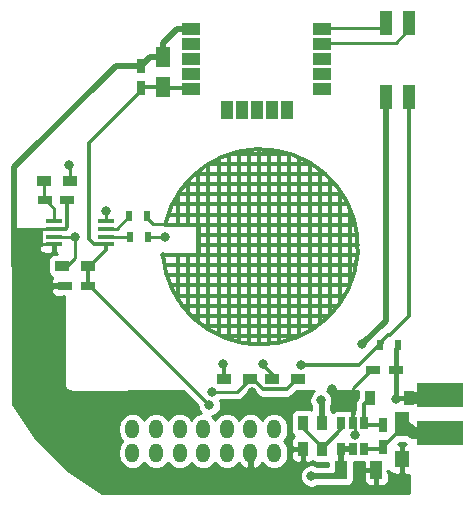
<source format=gtl>
G04 #@! TF.GenerationSoftware,KiCad,Pcbnew,5.1.4-e60b266~84~ubuntu18.04.1*
G04 #@! TF.CreationDate,2019-11-18T18:01:23+02:00*
G04 #@! TF.ProjectId,livolo_1_channel_1way_eu_switch,6c69766f-6c6f-45f3-915f-6368616e6e65,rev?*
G04 #@! TF.SameCoordinates,Original*
G04 #@! TF.FileFunction,Copper,L1,Top*
G04 #@! TF.FilePolarity,Positive*
%FSLAX46Y46*%
G04 Gerber Fmt 4.6, Leading zero omitted, Abs format (unit mm)*
G04 Created by KiCad (PCBNEW 5.1.4-e60b266~84~ubuntu18.04.1) date 2019-11-18 18:01:23*
%MOMM*%
%LPD*%
G04 APERTURE LIST*
%ADD10C,0.300000*%
%ADD11C,0.600000*%
%ADD12R,1.500000X1.000000*%
%ADD13R,1.000000X1.500000*%
%ADD14O,1.200000X1.600000*%
%ADD15R,1.000000X2.000000*%
%ADD16R,4.000000X2.000000*%
%ADD17R,1.200000X2.000000*%
%ADD18R,1.200000X1.400000*%
%ADD19R,0.900000X1.200000*%
%ADD20R,0.650000X1.060000*%
%ADD21R,1.200000X0.750000*%
%ADD22R,0.750000X1.200000*%
%ADD23R,1.200000X0.900000*%
%ADD24R,0.500000X0.900000*%
%ADD25R,1.260000X1.750000*%
%ADD26R,1.000000X1.600000*%
%ADD27R,1.450000X0.450000*%
%ADD28C,0.500000*%
%ADD29C,0.800000*%
%ADD30C,0.350000*%
%ADD31C,0.250000*%
%ADD32C,0.500000*%
%ADD33C,0.450000*%
%ADD34C,1.000000*%
%ADD35C,0.254000*%
G04 APERTURE END LIST*
D10*
X134230279Y-92792715D02*
G75*
G03X134428298Y-90167186I8241357J698663D01*
G01*
X134380381Y-93650747D02*
X150555474Y-93650747D01*
X150082330Y-95287774D02*
X150082330Y-88905448D01*
X138084694Y-99070550D02*
X138084694Y-85110009D01*
X145800250Y-99649410D02*
X139135522Y-99649410D01*
X137262524Y-91936056D02*
X150727534Y-91936056D01*
X134428044Y-90222715D02*
X150515071Y-90222715D01*
X138941714Y-84669292D02*
X138941714Y-99571710D01*
X137632925Y-98792255D02*
X147285128Y-98792255D01*
X144846584Y-84223479D02*
X139961162Y-84223479D01*
X135513244Y-92798514D02*
X135513244Y-96566518D01*
X134910716Y-95364138D02*
X150025142Y-95364138D01*
X142369789Y-83873725D02*
X142369789Y-100325661D01*
X143226817Y-100290307D02*
X143226817Y-83909120D01*
X146654206Y-99194292D02*
X146654206Y-84981386D01*
X150674579Y-91079085D02*
X137265342Y-91079085D01*
X139798742Y-99925292D02*
X139798742Y-84280257D01*
X150343339Y-94507796D02*
X134574859Y-94507796D01*
X147511290Y-85582363D02*
X147511290Y-98652521D01*
X136370116Y-90214338D02*
X136370116Y-86542842D01*
X149406698Y-87651625D02*
X135524279Y-87651625D01*
X148239705Y-97935171D02*
X136643138Y-97935171D01*
X136142967Y-86794619D02*
X148770391Y-86794619D01*
X138122900Y-85080542D02*
X146790231Y-85080542D01*
X147957071Y-85937549D02*
X136955993Y-85937549D01*
X144940179Y-99936771D02*
X144940179Y-84227486D01*
X149547896Y-96221109D02*
X135334999Y-96221109D01*
X135882987Y-97078157D02*
X149017515Y-97078157D01*
X150679257Y-92793048D02*
X134198202Y-92793048D01*
X150285300Y-89365730D02*
X134693329Y-89365730D01*
X135029288Y-88508688D02*
X149843405Y-88508688D01*
X137227631Y-85729563D02*
X137227631Y-98451840D01*
X144083802Y-84015327D02*
X144083802Y-100166562D01*
X148368303Y-97850812D02*
X148368303Y-86324926D01*
X141512797Y-100290327D02*
X141512797Y-83908800D01*
X140655770Y-84050401D02*
X140655770Y-100113539D01*
X145797122Y-84581031D02*
X145797122Y-99624739D01*
X149225388Y-87349958D02*
X149225388Y-96860892D01*
X135507093Y-87653967D02*
X135507093Y-90196367D01*
X136370116Y-97680513D02*
X136370116Y-92798780D01*
D11*
X147690000Y-78730000D03*
X147690000Y-77460000D03*
X147690000Y-76190000D03*
X147690000Y-74920000D03*
D12*
X147740000Y-78730000D03*
X147740000Y-77460000D03*
X147740000Y-76190000D03*
X147740000Y-74920000D03*
X147740000Y-73650000D03*
D11*
X147690000Y-73650000D03*
X139660000Y-80600000D03*
X140930000Y-80600000D03*
X142200000Y-80600000D03*
X143470000Y-80600000D03*
X144740000Y-80600000D03*
D13*
X139660000Y-80550000D03*
X140930000Y-80550000D03*
X142200000Y-80550000D03*
X143470000Y-80550000D03*
X144740000Y-80550000D03*
D11*
X136590000Y-78730000D03*
X136590000Y-77460000D03*
X136590000Y-76190000D03*
X136590000Y-74920000D03*
D12*
X136640000Y-73650000D03*
X136640000Y-74920000D03*
X136640000Y-76190000D03*
X136640000Y-77460000D03*
X136640000Y-78730000D03*
D11*
X136590000Y-73650000D03*
D14*
X143650000Y-107550000D03*
X143650000Y-109550000D03*
X141650000Y-107550000D03*
X141650000Y-109550000D03*
X139650000Y-107550000D03*
X139650000Y-109550000D03*
X137650000Y-107550000D03*
X137650000Y-109550000D03*
X135650000Y-107550000D03*
X135650000Y-109550000D03*
X133650000Y-107550000D03*
X133650000Y-109550000D03*
X131650000Y-107550000D03*
X131650000Y-109550000D03*
D15*
X153100000Y-79425000D03*
X153100000Y-73175000D03*
X155100000Y-79425000D03*
X155100000Y-73175000D03*
D16*
X157700000Y-104650000D03*
X157700000Y-107900000D03*
D17*
X154500000Y-107100000D03*
D18*
X154500000Y-110100000D03*
D19*
X146100000Y-107000000D03*
X146100000Y-109200000D03*
D20*
X150300000Y-109200000D03*
X151250000Y-109200000D03*
X149350000Y-109200000D03*
X149350000Y-107000000D03*
X150300000Y-107000000D03*
X151250000Y-107000000D03*
D21*
X153950000Y-102500000D03*
X152050000Y-102500000D03*
D22*
X152900000Y-109050000D03*
X152900000Y-107150000D03*
D19*
X155050000Y-104900000D03*
X151750000Y-104900000D03*
X147700000Y-109200000D03*
X147700000Y-107000000D03*
D23*
X139400000Y-103300000D03*
X141600000Y-103300000D03*
X145700000Y-103300000D03*
X143500000Y-103300000D03*
D24*
X152650000Y-100400000D03*
X154150000Y-100400000D03*
D25*
X134200000Y-76025000D03*
X134200000Y-78575000D03*
D22*
X132400000Y-78650000D03*
X132400000Y-76750000D03*
D26*
X152300000Y-111000000D03*
X149300000Y-111000000D03*
D21*
X125950000Y-95400000D03*
X127850000Y-95400000D03*
X126150000Y-88100000D03*
X124250000Y-88100000D03*
D24*
X131400000Y-89500000D03*
X132900000Y-89500000D03*
X132950000Y-91300000D03*
X131450000Y-91300000D03*
D23*
X127900000Y-93700000D03*
X125700000Y-93700000D03*
X126350000Y-86500000D03*
X124150000Y-86500000D03*
D27*
X125000000Y-91875000D03*
X125000000Y-91225000D03*
X125000000Y-90575000D03*
X125000000Y-89925000D03*
X129400000Y-89925000D03*
X129400000Y-90575000D03*
X129400000Y-91225000D03*
X129400000Y-91875000D03*
D28*
X134516685Y-90184864D03*
X134251520Y-92818837D03*
D29*
X145899999Y-102100000D03*
X138175000Y-105500000D03*
X141810890Y-104424990D03*
X150462668Y-108019998D03*
X150750000Y-111000000D03*
X151130000Y-100330000D03*
X148590000Y-104125000D03*
X147600000Y-105100000D03*
X154000000Y-105000000D03*
X146800000Y-111500000D03*
X142700050Y-102000000D03*
X139300002Y-102000000D03*
X126785000Y-91225000D03*
X138400000Y-104400000D03*
X134375010Y-91300000D03*
X126300000Y-85200000D03*
X129424949Y-89100000D03*
D30*
X128000000Y-91450000D02*
X128425000Y-91875000D01*
X132400000Y-78875000D02*
X128000000Y-83275000D01*
X128000000Y-83275000D02*
X128000000Y-91450000D01*
X132400000Y-78650000D02*
X132400000Y-78875000D01*
X128425000Y-91875000D02*
X129400000Y-91875000D01*
X134200000Y-78575000D02*
X132475000Y-78575000D01*
X132475000Y-78575000D02*
X132400000Y-78650000D01*
X136570000Y-78630000D02*
X134255000Y-78630000D01*
X134255000Y-78630000D02*
X134200000Y-78575000D01*
X155100000Y-79425000D02*
X155100000Y-97950000D01*
X155100000Y-97950000D02*
X153450000Y-99600000D01*
X153450000Y-99600000D02*
X153250000Y-99600000D01*
X153250000Y-99600000D02*
X152650000Y-100200000D01*
X152650000Y-100200000D02*
X152650000Y-100400000D01*
X152650000Y-100400000D02*
X152500000Y-100400000D01*
X150800000Y-102100000D02*
X145899999Y-102100000D01*
X152500000Y-100400000D02*
X150800000Y-102100000D01*
X152800000Y-100250000D02*
X152650000Y-100400000D01*
X127850000Y-95400000D02*
X128075000Y-95400000D01*
X128075000Y-95400000D02*
X138175000Y-105500000D01*
X129400000Y-91875000D02*
X129400000Y-92350000D01*
X129400000Y-92350000D02*
X128050000Y-93700000D01*
X128050000Y-93700000D02*
X127900000Y-93700000D01*
X127900000Y-93700000D02*
X127900000Y-95350000D01*
X127900000Y-95350000D02*
X127850000Y-95400000D01*
D31*
X150462668Y-108019998D02*
X150462668Y-107162668D01*
X150462668Y-107162668D02*
X150300000Y-107000000D01*
X152300000Y-111000000D02*
X150750000Y-111000000D01*
X151825000Y-102500000D02*
X152050000Y-102500000D01*
X150300000Y-104025000D02*
X151825000Y-102500000D01*
X150300000Y-107000000D02*
X150300000Y-104025000D01*
D32*
X153100000Y-79425000D02*
X153100000Y-98360000D01*
X153100000Y-98360000D02*
X151130000Y-100330000D01*
X133125000Y-76025000D02*
X132400000Y-76750000D01*
X134200000Y-76025000D02*
X133125000Y-76025000D01*
X134200000Y-74840000D02*
X134200000Y-76025000D01*
X135390000Y-73650000D02*
X134200000Y-74840000D01*
X136640000Y-73650000D02*
X135390000Y-73650000D01*
D10*
X126150000Y-90445002D02*
X126150000Y-88100000D01*
X126020002Y-90575000D02*
X126150000Y-90445002D01*
X125000000Y-90575000D02*
X126020002Y-90575000D01*
D31*
X124025000Y-91875000D02*
X125000000Y-91875000D01*
X123899999Y-91750001D02*
X124025000Y-91875000D01*
X123899999Y-90700001D02*
X123899999Y-91750001D01*
X124025000Y-90575000D02*
X123899999Y-90700001D01*
X125000000Y-90575000D02*
X124025000Y-90575000D01*
D32*
X123340000Y-95400000D02*
X125950000Y-95400000D01*
X121666000Y-93726000D02*
X123340000Y-95400000D01*
X121666000Y-85341500D02*
X121666000Y-93726000D01*
X132400000Y-76750000D02*
X130257500Y-76750000D01*
X130257500Y-76750000D02*
X121666000Y-85341500D01*
D33*
X147600000Y-106900000D02*
X147600000Y-105100000D01*
X147700000Y-107000000D02*
X147700000Y-105200000D01*
X147700000Y-105200000D02*
X147600000Y-105100000D01*
X154100000Y-104900000D02*
X154000000Y-105000000D01*
X155050000Y-104900000D02*
X154100000Y-104900000D01*
X154000000Y-102650000D02*
X154250000Y-102400000D01*
X154000000Y-105000000D02*
X154000000Y-102650000D01*
X154250000Y-102400000D02*
X154000000Y-102150000D01*
X154000000Y-102150000D02*
X154000000Y-100750000D01*
D34*
X155050000Y-104900000D02*
X157450000Y-104900000D01*
D10*
X151250000Y-109200000D02*
X152750000Y-109200000D01*
X152750000Y-109200000D02*
X152900000Y-109050000D01*
D34*
X157700000Y-107900000D02*
X155400000Y-107900000D01*
X155400000Y-107900000D02*
X154600000Y-107100000D01*
D10*
X154600000Y-107100000D02*
X154500000Y-107100000D01*
X152900000Y-109050000D02*
X154500000Y-107450000D01*
X152900000Y-107150000D02*
X151400000Y-107150000D01*
X151400000Y-107150000D02*
X151250000Y-107000000D01*
X151250000Y-107000000D02*
X151250000Y-105400000D01*
X151250000Y-105400000D02*
X151750000Y-104900000D01*
D32*
X146800000Y-111500000D02*
X148800000Y-111500000D01*
X148800000Y-111500000D02*
X149300000Y-111000000D01*
X150300000Y-109200000D02*
X149350000Y-109200000D01*
X149300000Y-111000000D02*
X149300000Y-109250000D01*
X149300000Y-109250000D02*
X149350000Y-109200000D01*
X131650000Y-107550000D02*
X131600000Y-107500000D01*
D10*
X143500000Y-103300000D02*
X143500000Y-102900000D01*
X143500000Y-102900000D02*
X142700050Y-102100050D01*
X142700050Y-102100050D02*
X142700050Y-102000000D01*
X143350000Y-103300000D02*
X143500000Y-103300000D01*
X139400000Y-102099998D02*
X139300002Y-102000000D01*
X139400000Y-103300000D02*
X139400000Y-102099998D01*
X139400000Y-103300000D02*
X139550000Y-103300000D01*
D31*
X125000000Y-91225000D02*
X126785000Y-91225000D01*
X126785000Y-93055000D02*
X126785000Y-91225000D01*
X125700000Y-93700000D02*
X126140000Y-93700000D01*
X126140000Y-93700000D02*
X126785000Y-93055000D01*
X138400000Y-104400000D02*
X140500000Y-104400000D01*
X140500000Y-104400000D02*
X141600000Y-103300000D01*
D10*
X145550000Y-103300000D02*
X145700000Y-103300000D01*
X141848037Y-103300000D02*
X142698038Y-104150001D01*
X141750000Y-103300000D02*
X141848037Y-103300000D01*
X144699999Y-104150001D02*
X145550000Y-103300000D01*
X142698038Y-104150001D02*
X144699999Y-104150001D01*
X145800000Y-103400000D02*
X145700000Y-103300000D01*
X149350000Y-107000000D02*
X149350000Y-107550000D01*
X149350000Y-107550000D02*
X147700000Y-109200000D01*
X146100000Y-107000000D02*
X146100000Y-107450000D01*
X146100000Y-107450000D02*
X147700000Y-109050000D01*
X147700000Y-109050000D02*
X147700000Y-109200000D01*
D31*
X147910000Y-73550000D02*
X152725000Y-73550000D01*
X152725000Y-73550000D02*
X153100000Y-73175000D01*
X147910000Y-74820000D02*
X153955000Y-74820000D01*
X153955000Y-74820000D02*
X155100000Y-73675000D01*
X155100000Y-73675000D02*
X155100000Y-73175000D01*
X125000000Y-89925000D02*
X125000000Y-88850000D01*
X125000000Y-88850000D02*
X124250000Y-88100000D01*
X124150000Y-86500000D02*
X124150000Y-88000000D01*
X124150000Y-88000000D02*
X124250000Y-88100000D01*
X129400000Y-90575000D02*
X130325000Y-90575000D01*
X130325000Y-90575000D02*
X131400000Y-89500000D01*
X132900000Y-89500000D02*
X132900000Y-89650000D01*
X132900000Y-89650000D02*
X133434864Y-90184864D01*
X133434864Y-90184864D02*
X134516685Y-90184864D01*
X137250000Y-92750000D02*
X137181163Y-92818837D01*
X137181163Y-92818837D02*
X134251520Y-92818837D01*
X137250000Y-90250000D02*
X137250000Y-92750000D01*
X137184864Y-90184864D02*
X137250000Y-90250000D01*
X134516685Y-90184864D02*
X137184864Y-90184864D01*
X132950000Y-91300000D02*
X134375010Y-91300000D01*
X131450000Y-91300000D02*
X131375000Y-91225000D01*
X131375000Y-91225000D02*
X129400000Y-91225000D01*
X126350000Y-86500000D02*
X126350000Y-85250000D01*
X126350000Y-85250000D02*
X126300000Y-85200000D01*
X129400000Y-89124949D02*
X129424949Y-89100000D01*
X129400000Y-89925000D02*
X129400000Y-89124949D01*
D35*
G36*
X123865026Y-90559974D02*
G01*
X123883335Y-90575000D01*
X123865026Y-90590026D01*
X123792921Y-90677885D01*
X123741889Y-90773361D01*
X123698000Y-90817250D01*
X123705373Y-90896808D01*
X123695209Y-91000000D01*
X123695209Y-91450000D01*
X123705373Y-91553192D01*
X123698000Y-91632750D01*
X123741889Y-91676639D01*
X123792921Y-91772115D01*
X123865026Y-91859974D01*
X123952885Y-91932079D01*
X124029444Y-91973000D01*
X123842250Y-91973000D01*
X123698000Y-92117250D01*
X123707332Y-92217947D01*
X123741250Y-92326427D01*
X123795679Y-92426206D01*
X123868529Y-92513449D01*
X123956999Y-92584803D01*
X124057690Y-92637527D01*
X124166731Y-92669593D01*
X124279934Y-92679771D01*
X124757750Y-92677000D01*
X124902000Y-92532750D01*
X124902000Y-92029791D01*
X125098000Y-92029791D01*
X125098000Y-92532750D01*
X125235459Y-92670209D01*
X125100000Y-92670209D01*
X124986888Y-92681350D01*
X124878124Y-92714343D01*
X124777885Y-92767921D01*
X124690026Y-92840026D01*
X124617921Y-92927885D01*
X124564343Y-93028124D01*
X124531350Y-93136888D01*
X124520209Y-93250000D01*
X124520209Y-94150000D01*
X124531350Y-94263112D01*
X124564343Y-94371876D01*
X124617921Y-94472115D01*
X124690026Y-94559974D01*
X124777885Y-94632079D01*
X124878124Y-94685657D01*
X124881275Y-94686613D01*
X124867921Y-94702885D01*
X124814342Y-94803123D01*
X124781349Y-94911888D01*
X124770208Y-95025000D01*
X124773000Y-95157750D01*
X124917250Y-95302000D01*
X125831471Y-95302000D01*
X125832032Y-95498000D01*
X124917250Y-95498000D01*
X124773000Y-95642250D01*
X124770208Y-95775000D01*
X124781349Y-95888112D01*
X124814342Y-95996877D01*
X124867921Y-96097115D01*
X124940025Y-96184975D01*
X125027885Y-96257079D01*
X125128123Y-96310658D01*
X125236888Y-96343651D01*
X125350000Y-96354792D01*
X125707750Y-96352000D01*
X125834113Y-96225637D01*
X125855571Y-103727289D01*
X125856704Y-103743863D01*
X125874112Y-103873226D01*
X125882785Y-103905225D01*
X125933081Y-104025674D01*
X125949741Y-104054340D01*
X126029500Y-104157667D01*
X126053011Y-104181043D01*
X126156794Y-104260205D01*
X126185553Y-104276699D01*
X126306290Y-104326303D01*
X126338340Y-104334792D01*
X126467801Y-104351455D01*
X126484381Y-104352493D01*
X135936671Y-104325160D01*
X137198000Y-105586489D01*
X137198000Y-105596226D01*
X137235546Y-105784980D01*
X137309194Y-105962783D01*
X137416115Y-106122801D01*
X137477600Y-106184286D01*
X137419268Y-106190031D01*
X137197403Y-106257333D01*
X136992930Y-106366626D01*
X136813709Y-106513709D01*
X136666626Y-106692931D01*
X136650000Y-106724036D01*
X136633374Y-106692930D01*
X136486291Y-106513709D01*
X136307069Y-106366626D01*
X136102596Y-106257333D01*
X135880731Y-106190031D01*
X135650000Y-106167306D01*
X135419268Y-106190031D01*
X135197403Y-106257333D01*
X134992930Y-106366626D01*
X134813709Y-106513709D01*
X134666626Y-106692931D01*
X134650000Y-106724036D01*
X134633374Y-106692930D01*
X134486291Y-106513709D01*
X134307069Y-106366626D01*
X134102596Y-106257333D01*
X133880731Y-106190031D01*
X133650000Y-106167306D01*
X133419268Y-106190031D01*
X133197403Y-106257333D01*
X132992930Y-106366626D01*
X132813709Y-106513709D01*
X132666626Y-106692931D01*
X132650000Y-106724036D01*
X132633374Y-106692930D01*
X132486291Y-106513709D01*
X132307069Y-106366626D01*
X132102596Y-106257333D01*
X131880731Y-106190031D01*
X131650000Y-106167306D01*
X131419268Y-106190031D01*
X131197403Y-106257333D01*
X130992930Y-106366626D01*
X130813709Y-106513709D01*
X130666626Y-106692931D01*
X130557333Y-106897404D01*
X130490031Y-107119269D01*
X130473000Y-107292189D01*
X130473000Y-107807812D01*
X130490031Y-107980732D01*
X130557333Y-108202597D01*
X130666627Y-108407070D01*
X130783926Y-108549999D01*
X130666626Y-108692931D01*
X130557333Y-108897404D01*
X130490031Y-109119269D01*
X130473000Y-109292189D01*
X130473000Y-109807812D01*
X130490031Y-109980732D01*
X130557333Y-110202597D01*
X130666627Y-110407070D01*
X130813710Y-110586291D01*
X130992931Y-110733374D01*
X131197404Y-110842667D01*
X131419269Y-110909969D01*
X131650000Y-110932694D01*
X131880732Y-110909969D01*
X132102597Y-110842667D01*
X132307070Y-110733374D01*
X132486291Y-110586291D01*
X132633374Y-110407070D01*
X132650000Y-110375964D01*
X132666627Y-110407070D01*
X132813710Y-110586291D01*
X132992931Y-110733374D01*
X133197404Y-110842667D01*
X133419269Y-110909969D01*
X133650000Y-110932694D01*
X133880732Y-110909969D01*
X134102597Y-110842667D01*
X134307070Y-110733374D01*
X134486291Y-110586291D01*
X134633374Y-110407070D01*
X134650000Y-110375964D01*
X134666627Y-110407070D01*
X134813710Y-110586291D01*
X134992931Y-110733374D01*
X135197404Y-110842667D01*
X135419269Y-110909969D01*
X135650000Y-110932694D01*
X135880732Y-110909969D01*
X136102597Y-110842667D01*
X136307070Y-110733374D01*
X136486291Y-110586291D01*
X136633374Y-110407070D01*
X136650000Y-110375964D01*
X136666627Y-110407070D01*
X136813710Y-110586291D01*
X136992931Y-110733374D01*
X137197404Y-110842667D01*
X137419269Y-110909969D01*
X137650000Y-110932694D01*
X137880732Y-110909969D01*
X138102597Y-110842667D01*
X138307070Y-110733374D01*
X138486291Y-110586291D01*
X138633374Y-110407070D01*
X138650000Y-110375964D01*
X138666627Y-110407070D01*
X138813710Y-110586291D01*
X138992931Y-110733374D01*
X139197404Y-110842667D01*
X139419269Y-110909969D01*
X139650000Y-110932694D01*
X139880732Y-110909969D01*
X140102597Y-110842667D01*
X140307070Y-110733374D01*
X140486291Y-110586291D01*
X140633374Y-110407070D01*
X140652289Y-110371682D01*
X140725806Y-110485390D01*
X140887032Y-110651561D01*
X141077578Y-110783085D01*
X141290122Y-110874909D01*
X141369723Y-110893142D01*
X141552000Y-110778090D01*
X141552000Y-109648000D01*
X141532000Y-109648000D01*
X141532000Y-109452000D01*
X141552000Y-109452000D01*
X141552000Y-109432000D01*
X141748000Y-109432000D01*
X141748000Y-109452000D01*
X141768000Y-109452000D01*
X141768000Y-109648000D01*
X141748000Y-109648000D01*
X141748000Y-110778090D01*
X141930277Y-110893142D01*
X142009878Y-110874909D01*
X142222422Y-110783085D01*
X142412968Y-110651561D01*
X142574194Y-110485390D01*
X142647711Y-110371682D01*
X142666627Y-110407070D01*
X142813710Y-110586291D01*
X142992931Y-110733374D01*
X143197404Y-110842667D01*
X143419269Y-110909969D01*
X143650000Y-110932694D01*
X143880732Y-110909969D01*
X144102597Y-110842667D01*
X144307070Y-110733374D01*
X144486291Y-110586291D01*
X144633374Y-110407070D01*
X144742667Y-110202596D01*
X144809969Y-109980731D01*
X144827000Y-109807811D01*
X144827000Y-109800000D01*
X145070208Y-109800000D01*
X145081349Y-109913112D01*
X145114342Y-110021877D01*
X145167921Y-110122115D01*
X145240025Y-110209975D01*
X145327885Y-110282079D01*
X145428123Y-110335658D01*
X145536888Y-110368651D01*
X145650000Y-110379792D01*
X145857750Y-110377000D01*
X146002000Y-110232750D01*
X146002000Y-109298000D01*
X145217250Y-109298000D01*
X145073000Y-109442250D01*
X145070208Y-109800000D01*
X144827000Y-109800000D01*
X144827000Y-109292188D01*
X144809969Y-109119268D01*
X144742667Y-108897403D01*
X144633374Y-108692930D01*
X144516074Y-108550000D01*
X144633374Y-108407070D01*
X144742667Y-108202596D01*
X144809969Y-107980731D01*
X144827000Y-107807811D01*
X144827000Y-107292188D01*
X144809969Y-107119268D01*
X144742667Y-106897403D01*
X144633374Y-106692930D01*
X144486291Y-106513709D01*
X144307069Y-106366626D01*
X144102596Y-106257333D01*
X143880731Y-106190031D01*
X143650000Y-106167306D01*
X143419268Y-106190031D01*
X143197403Y-106257333D01*
X142992930Y-106366626D01*
X142813709Y-106513709D01*
X142666626Y-106692931D01*
X142650000Y-106724036D01*
X142633374Y-106692930D01*
X142486291Y-106513709D01*
X142307069Y-106366626D01*
X142102596Y-106257333D01*
X141880731Y-106190031D01*
X141650000Y-106167306D01*
X141419268Y-106190031D01*
X141197403Y-106257333D01*
X140992930Y-106366626D01*
X140813709Y-106513709D01*
X140666626Y-106692931D01*
X140650000Y-106724036D01*
X140633374Y-106692930D01*
X140486291Y-106513709D01*
X140307069Y-106366626D01*
X140102596Y-106257333D01*
X139880731Y-106190031D01*
X139650000Y-106167306D01*
X139419268Y-106190031D01*
X139197403Y-106257333D01*
X138992930Y-106366626D01*
X138813709Y-106513709D01*
X138666626Y-106692931D01*
X138650000Y-106724036D01*
X138633374Y-106692930D01*
X138486291Y-106513709D01*
X138408330Y-106449728D01*
X138459980Y-106439454D01*
X138637783Y-106365806D01*
X138797801Y-106258885D01*
X138933885Y-106122801D01*
X139040806Y-105962783D01*
X139114454Y-105784980D01*
X139152000Y-105596226D01*
X139152000Y-105403774D01*
X139114454Y-105215020D01*
X139071168Y-105110518D01*
X139079686Y-105102000D01*
X140465530Y-105102000D01*
X140500000Y-105105395D01*
X140534470Y-105102000D01*
X140534480Y-105102000D01*
X140637616Y-105091842D01*
X140769943Y-105051701D01*
X140891897Y-104986515D01*
X140998790Y-104898790D01*
X141020771Y-104872006D01*
X141562987Y-104329791D01*
X141849695Y-104329791D01*
X142158721Y-104638818D01*
X142181484Y-104666555D01*
X142292185Y-104757404D01*
X142399976Y-104815020D01*
X142418481Y-104824911D01*
X142555520Y-104866481D01*
X142698038Y-104880518D01*
X142733746Y-104877001D01*
X144664291Y-104877001D01*
X144699999Y-104880518D01*
X144842516Y-104866481D01*
X144854707Y-104862783D01*
X144979556Y-104824911D01*
X145105852Y-104757404D01*
X145216553Y-104666555D01*
X145239324Y-104638808D01*
X145548342Y-104329791D01*
X146300000Y-104329791D01*
X146413112Y-104318650D01*
X146492274Y-104294637D01*
X147049168Y-104293026D01*
X146977199Y-104341115D01*
X146841115Y-104477199D01*
X146734194Y-104637217D01*
X146660546Y-104815020D01*
X146623000Y-105003774D01*
X146623000Y-105196226D01*
X146660546Y-105384980D01*
X146734194Y-105562783D01*
X146798001Y-105658276D01*
X146798001Y-105878307D01*
X146771876Y-105864343D01*
X146663112Y-105831350D01*
X146550000Y-105820209D01*
X145650000Y-105820209D01*
X145536888Y-105831350D01*
X145428124Y-105864343D01*
X145327885Y-105917921D01*
X145240026Y-105990026D01*
X145167921Y-106077885D01*
X145114343Y-106178124D01*
X145081350Y-106286888D01*
X145070209Y-106400000D01*
X145070209Y-107600000D01*
X145081350Y-107713112D01*
X145114343Y-107821876D01*
X145167921Y-107922115D01*
X145240026Y-108009974D01*
X145327885Y-108082079D01*
X145361413Y-108100000D01*
X145327885Y-108117921D01*
X145240025Y-108190025D01*
X145167921Y-108277885D01*
X145114342Y-108378123D01*
X145081349Y-108486888D01*
X145070208Y-108600000D01*
X145073000Y-108957750D01*
X145217250Y-109102000D01*
X146002000Y-109102000D01*
X146002000Y-109082000D01*
X146198000Y-109082000D01*
X146198000Y-109102000D01*
X146218000Y-109102000D01*
X146218000Y-109298000D01*
X146198000Y-109298000D01*
X146198000Y-110232750D01*
X146342250Y-110377000D01*
X146550000Y-110379792D01*
X146663112Y-110368651D01*
X146771877Y-110335658D01*
X146872115Y-110282079D01*
X146900000Y-110259194D01*
X146927885Y-110282079D01*
X147028124Y-110335657D01*
X147136888Y-110368650D01*
X147250000Y-110379791D01*
X148150000Y-110379791D01*
X148220209Y-110372876D01*
X148220209Y-110673000D01*
X147320860Y-110673000D01*
X147262783Y-110634194D01*
X147084980Y-110560546D01*
X146896226Y-110523000D01*
X146703774Y-110523000D01*
X146515020Y-110560546D01*
X146337217Y-110634194D01*
X146177199Y-110741115D01*
X146041115Y-110877199D01*
X145934194Y-111037217D01*
X145860546Y-111215020D01*
X145823000Y-111403774D01*
X145823000Y-111596226D01*
X145860546Y-111784980D01*
X145934194Y-111962783D01*
X146041115Y-112122801D01*
X146177199Y-112258885D01*
X146337217Y-112365806D01*
X146515020Y-112439454D01*
X146703774Y-112477000D01*
X146896226Y-112477000D01*
X147084980Y-112439454D01*
X147262783Y-112365806D01*
X147320860Y-112327000D01*
X148561928Y-112327000D01*
X148578124Y-112335657D01*
X148686888Y-112368650D01*
X148800000Y-112379791D01*
X149800000Y-112379791D01*
X149913112Y-112368650D01*
X150021876Y-112335657D01*
X150122115Y-112282079D01*
X150209974Y-112209974D01*
X150282079Y-112122115D01*
X150335657Y-112021876D01*
X150368650Y-111913112D01*
X150379791Y-111800000D01*
X151220208Y-111800000D01*
X151231349Y-111913112D01*
X151264342Y-112021877D01*
X151317921Y-112122115D01*
X151390025Y-112209975D01*
X151477885Y-112282079D01*
X151578123Y-112335658D01*
X151686888Y-112368651D01*
X151800000Y-112379792D01*
X152057750Y-112377000D01*
X152202000Y-112232750D01*
X152202000Y-111098000D01*
X151367250Y-111098000D01*
X151223000Y-111242250D01*
X151220208Y-111800000D01*
X150379791Y-111800000D01*
X150379791Y-110309791D01*
X150625000Y-110309791D01*
X150738112Y-110298650D01*
X150775000Y-110287460D01*
X150811888Y-110298650D01*
X150925000Y-110309791D01*
X151220758Y-110309791D01*
X151223000Y-110757750D01*
X151367250Y-110902000D01*
X152202000Y-110902000D01*
X152202000Y-110882000D01*
X152398000Y-110882000D01*
X152398000Y-110902000D01*
X152418000Y-110902000D01*
X152418000Y-111098000D01*
X152398000Y-111098000D01*
X152398000Y-112232750D01*
X152542250Y-112377000D01*
X152800000Y-112379792D01*
X152913112Y-112368651D01*
X153021877Y-112335658D01*
X153122115Y-112282079D01*
X153209975Y-112209975D01*
X153282079Y-112122115D01*
X153335658Y-112021877D01*
X153368651Y-111913112D01*
X153379792Y-111800000D01*
X153377000Y-111242250D01*
X153232752Y-111098002D01*
X153377000Y-111098002D01*
X153377000Y-111045558D01*
X153417921Y-111122115D01*
X153490025Y-111209975D01*
X153577885Y-111282079D01*
X153678123Y-111335658D01*
X153786888Y-111368651D01*
X153900000Y-111379792D01*
X154257750Y-111377000D01*
X154402000Y-111232750D01*
X154402000Y-110198000D01*
X154382000Y-110198000D01*
X154382000Y-110002000D01*
X154402000Y-110002000D01*
X154402000Y-108967250D01*
X154257750Y-108823000D01*
X154155928Y-108822205D01*
X154298342Y-108679791D01*
X154652493Y-108679791D01*
X154675858Y-108698966D01*
X154798755Y-108799826D01*
X154840674Y-108822232D01*
X154742250Y-108823000D01*
X154598000Y-108967250D01*
X154598000Y-110002000D01*
X154618000Y-110002000D01*
X154618000Y-110198000D01*
X154598000Y-110198000D01*
X154598000Y-111232750D01*
X154742250Y-111377000D01*
X155076612Y-111379609D01*
X155082962Y-112974320D01*
X129090340Y-112974320D01*
X126299248Y-111115954D01*
X123426537Y-108210306D01*
X121526700Y-105407827D01*
X121526700Y-90557916D01*
X123860339Y-90554263D01*
X123865026Y-90559974D01*
X123865026Y-90559974D01*
G37*
X123865026Y-90559974D02*
X123883335Y-90575000D01*
X123865026Y-90590026D01*
X123792921Y-90677885D01*
X123741889Y-90773361D01*
X123698000Y-90817250D01*
X123705373Y-90896808D01*
X123695209Y-91000000D01*
X123695209Y-91450000D01*
X123705373Y-91553192D01*
X123698000Y-91632750D01*
X123741889Y-91676639D01*
X123792921Y-91772115D01*
X123865026Y-91859974D01*
X123952885Y-91932079D01*
X124029444Y-91973000D01*
X123842250Y-91973000D01*
X123698000Y-92117250D01*
X123707332Y-92217947D01*
X123741250Y-92326427D01*
X123795679Y-92426206D01*
X123868529Y-92513449D01*
X123956999Y-92584803D01*
X124057690Y-92637527D01*
X124166731Y-92669593D01*
X124279934Y-92679771D01*
X124757750Y-92677000D01*
X124902000Y-92532750D01*
X124902000Y-92029791D01*
X125098000Y-92029791D01*
X125098000Y-92532750D01*
X125235459Y-92670209D01*
X125100000Y-92670209D01*
X124986888Y-92681350D01*
X124878124Y-92714343D01*
X124777885Y-92767921D01*
X124690026Y-92840026D01*
X124617921Y-92927885D01*
X124564343Y-93028124D01*
X124531350Y-93136888D01*
X124520209Y-93250000D01*
X124520209Y-94150000D01*
X124531350Y-94263112D01*
X124564343Y-94371876D01*
X124617921Y-94472115D01*
X124690026Y-94559974D01*
X124777885Y-94632079D01*
X124878124Y-94685657D01*
X124881275Y-94686613D01*
X124867921Y-94702885D01*
X124814342Y-94803123D01*
X124781349Y-94911888D01*
X124770208Y-95025000D01*
X124773000Y-95157750D01*
X124917250Y-95302000D01*
X125831471Y-95302000D01*
X125832032Y-95498000D01*
X124917250Y-95498000D01*
X124773000Y-95642250D01*
X124770208Y-95775000D01*
X124781349Y-95888112D01*
X124814342Y-95996877D01*
X124867921Y-96097115D01*
X124940025Y-96184975D01*
X125027885Y-96257079D01*
X125128123Y-96310658D01*
X125236888Y-96343651D01*
X125350000Y-96354792D01*
X125707750Y-96352000D01*
X125834113Y-96225637D01*
X125855571Y-103727289D01*
X125856704Y-103743863D01*
X125874112Y-103873226D01*
X125882785Y-103905225D01*
X125933081Y-104025674D01*
X125949741Y-104054340D01*
X126029500Y-104157667D01*
X126053011Y-104181043D01*
X126156794Y-104260205D01*
X126185553Y-104276699D01*
X126306290Y-104326303D01*
X126338340Y-104334792D01*
X126467801Y-104351455D01*
X126484381Y-104352493D01*
X135936671Y-104325160D01*
X137198000Y-105586489D01*
X137198000Y-105596226D01*
X137235546Y-105784980D01*
X137309194Y-105962783D01*
X137416115Y-106122801D01*
X137477600Y-106184286D01*
X137419268Y-106190031D01*
X137197403Y-106257333D01*
X136992930Y-106366626D01*
X136813709Y-106513709D01*
X136666626Y-106692931D01*
X136650000Y-106724036D01*
X136633374Y-106692930D01*
X136486291Y-106513709D01*
X136307069Y-106366626D01*
X136102596Y-106257333D01*
X135880731Y-106190031D01*
X135650000Y-106167306D01*
X135419268Y-106190031D01*
X135197403Y-106257333D01*
X134992930Y-106366626D01*
X134813709Y-106513709D01*
X134666626Y-106692931D01*
X134650000Y-106724036D01*
X134633374Y-106692930D01*
X134486291Y-106513709D01*
X134307069Y-106366626D01*
X134102596Y-106257333D01*
X133880731Y-106190031D01*
X133650000Y-106167306D01*
X133419268Y-106190031D01*
X133197403Y-106257333D01*
X132992930Y-106366626D01*
X132813709Y-106513709D01*
X132666626Y-106692931D01*
X132650000Y-106724036D01*
X132633374Y-106692930D01*
X132486291Y-106513709D01*
X132307069Y-106366626D01*
X132102596Y-106257333D01*
X131880731Y-106190031D01*
X131650000Y-106167306D01*
X131419268Y-106190031D01*
X131197403Y-106257333D01*
X130992930Y-106366626D01*
X130813709Y-106513709D01*
X130666626Y-106692931D01*
X130557333Y-106897404D01*
X130490031Y-107119269D01*
X130473000Y-107292189D01*
X130473000Y-107807812D01*
X130490031Y-107980732D01*
X130557333Y-108202597D01*
X130666627Y-108407070D01*
X130783926Y-108549999D01*
X130666626Y-108692931D01*
X130557333Y-108897404D01*
X130490031Y-109119269D01*
X130473000Y-109292189D01*
X130473000Y-109807812D01*
X130490031Y-109980732D01*
X130557333Y-110202597D01*
X130666627Y-110407070D01*
X130813710Y-110586291D01*
X130992931Y-110733374D01*
X131197404Y-110842667D01*
X131419269Y-110909969D01*
X131650000Y-110932694D01*
X131880732Y-110909969D01*
X132102597Y-110842667D01*
X132307070Y-110733374D01*
X132486291Y-110586291D01*
X132633374Y-110407070D01*
X132650000Y-110375964D01*
X132666627Y-110407070D01*
X132813710Y-110586291D01*
X132992931Y-110733374D01*
X133197404Y-110842667D01*
X133419269Y-110909969D01*
X133650000Y-110932694D01*
X133880732Y-110909969D01*
X134102597Y-110842667D01*
X134307070Y-110733374D01*
X134486291Y-110586291D01*
X134633374Y-110407070D01*
X134650000Y-110375964D01*
X134666627Y-110407070D01*
X134813710Y-110586291D01*
X134992931Y-110733374D01*
X135197404Y-110842667D01*
X135419269Y-110909969D01*
X135650000Y-110932694D01*
X135880732Y-110909969D01*
X136102597Y-110842667D01*
X136307070Y-110733374D01*
X136486291Y-110586291D01*
X136633374Y-110407070D01*
X136650000Y-110375964D01*
X136666627Y-110407070D01*
X136813710Y-110586291D01*
X136992931Y-110733374D01*
X137197404Y-110842667D01*
X137419269Y-110909969D01*
X137650000Y-110932694D01*
X137880732Y-110909969D01*
X138102597Y-110842667D01*
X138307070Y-110733374D01*
X138486291Y-110586291D01*
X138633374Y-110407070D01*
X138650000Y-110375964D01*
X138666627Y-110407070D01*
X138813710Y-110586291D01*
X138992931Y-110733374D01*
X139197404Y-110842667D01*
X139419269Y-110909969D01*
X139650000Y-110932694D01*
X139880732Y-110909969D01*
X140102597Y-110842667D01*
X140307070Y-110733374D01*
X140486291Y-110586291D01*
X140633374Y-110407070D01*
X140652289Y-110371682D01*
X140725806Y-110485390D01*
X140887032Y-110651561D01*
X141077578Y-110783085D01*
X141290122Y-110874909D01*
X141369723Y-110893142D01*
X141552000Y-110778090D01*
X141552000Y-109648000D01*
X141532000Y-109648000D01*
X141532000Y-109452000D01*
X141552000Y-109452000D01*
X141552000Y-109432000D01*
X141748000Y-109432000D01*
X141748000Y-109452000D01*
X141768000Y-109452000D01*
X141768000Y-109648000D01*
X141748000Y-109648000D01*
X141748000Y-110778090D01*
X141930277Y-110893142D01*
X142009878Y-110874909D01*
X142222422Y-110783085D01*
X142412968Y-110651561D01*
X142574194Y-110485390D01*
X142647711Y-110371682D01*
X142666627Y-110407070D01*
X142813710Y-110586291D01*
X142992931Y-110733374D01*
X143197404Y-110842667D01*
X143419269Y-110909969D01*
X143650000Y-110932694D01*
X143880732Y-110909969D01*
X144102597Y-110842667D01*
X144307070Y-110733374D01*
X144486291Y-110586291D01*
X144633374Y-110407070D01*
X144742667Y-110202596D01*
X144809969Y-109980731D01*
X144827000Y-109807811D01*
X144827000Y-109800000D01*
X145070208Y-109800000D01*
X145081349Y-109913112D01*
X145114342Y-110021877D01*
X145167921Y-110122115D01*
X145240025Y-110209975D01*
X145327885Y-110282079D01*
X145428123Y-110335658D01*
X145536888Y-110368651D01*
X145650000Y-110379792D01*
X145857750Y-110377000D01*
X146002000Y-110232750D01*
X146002000Y-109298000D01*
X145217250Y-109298000D01*
X145073000Y-109442250D01*
X145070208Y-109800000D01*
X144827000Y-109800000D01*
X144827000Y-109292188D01*
X144809969Y-109119268D01*
X144742667Y-108897403D01*
X144633374Y-108692930D01*
X144516074Y-108550000D01*
X144633374Y-108407070D01*
X144742667Y-108202596D01*
X144809969Y-107980731D01*
X144827000Y-107807811D01*
X144827000Y-107292188D01*
X144809969Y-107119268D01*
X144742667Y-106897403D01*
X144633374Y-106692930D01*
X144486291Y-106513709D01*
X144307069Y-106366626D01*
X144102596Y-106257333D01*
X143880731Y-106190031D01*
X143650000Y-106167306D01*
X143419268Y-106190031D01*
X143197403Y-106257333D01*
X142992930Y-106366626D01*
X142813709Y-106513709D01*
X142666626Y-106692931D01*
X142650000Y-106724036D01*
X142633374Y-106692930D01*
X142486291Y-106513709D01*
X142307069Y-106366626D01*
X142102596Y-106257333D01*
X141880731Y-106190031D01*
X141650000Y-106167306D01*
X141419268Y-106190031D01*
X141197403Y-106257333D01*
X140992930Y-106366626D01*
X140813709Y-106513709D01*
X140666626Y-106692931D01*
X140650000Y-106724036D01*
X140633374Y-106692930D01*
X140486291Y-106513709D01*
X140307069Y-106366626D01*
X140102596Y-106257333D01*
X139880731Y-106190031D01*
X139650000Y-106167306D01*
X139419268Y-106190031D01*
X139197403Y-106257333D01*
X138992930Y-106366626D01*
X138813709Y-106513709D01*
X138666626Y-106692931D01*
X138650000Y-106724036D01*
X138633374Y-106692930D01*
X138486291Y-106513709D01*
X138408330Y-106449728D01*
X138459980Y-106439454D01*
X138637783Y-106365806D01*
X138797801Y-106258885D01*
X138933885Y-106122801D01*
X139040806Y-105962783D01*
X139114454Y-105784980D01*
X139152000Y-105596226D01*
X139152000Y-105403774D01*
X139114454Y-105215020D01*
X139071168Y-105110518D01*
X139079686Y-105102000D01*
X140465530Y-105102000D01*
X140500000Y-105105395D01*
X140534470Y-105102000D01*
X140534480Y-105102000D01*
X140637616Y-105091842D01*
X140769943Y-105051701D01*
X140891897Y-104986515D01*
X140998790Y-104898790D01*
X141020771Y-104872006D01*
X141562987Y-104329791D01*
X141849695Y-104329791D01*
X142158721Y-104638818D01*
X142181484Y-104666555D01*
X142292185Y-104757404D01*
X142399976Y-104815020D01*
X142418481Y-104824911D01*
X142555520Y-104866481D01*
X142698038Y-104880518D01*
X142733746Y-104877001D01*
X144664291Y-104877001D01*
X144699999Y-104880518D01*
X144842516Y-104866481D01*
X144854707Y-104862783D01*
X144979556Y-104824911D01*
X145105852Y-104757404D01*
X145216553Y-104666555D01*
X145239324Y-104638808D01*
X145548342Y-104329791D01*
X146300000Y-104329791D01*
X146413112Y-104318650D01*
X146492274Y-104294637D01*
X147049168Y-104293026D01*
X146977199Y-104341115D01*
X146841115Y-104477199D01*
X146734194Y-104637217D01*
X146660546Y-104815020D01*
X146623000Y-105003774D01*
X146623000Y-105196226D01*
X146660546Y-105384980D01*
X146734194Y-105562783D01*
X146798001Y-105658276D01*
X146798001Y-105878307D01*
X146771876Y-105864343D01*
X146663112Y-105831350D01*
X146550000Y-105820209D01*
X145650000Y-105820209D01*
X145536888Y-105831350D01*
X145428124Y-105864343D01*
X145327885Y-105917921D01*
X145240026Y-105990026D01*
X145167921Y-106077885D01*
X145114343Y-106178124D01*
X145081350Y-106286888D01*
X145070209Y-106400000D01*
X145070209Y-107600000D01*
X145081350Y-107713112D01*
X145114343Y-107821876D01*
X145167921Y-107922115D01*
X145240026Y-108009974D01*
X145327885Y-108082079D01*
X145361413Y-108100000D01*
X145327885Y-108117921D01*
X145240025Y-108190025D01*
X145167921Y-108277885D01*
X145114342Y-108378123D01*
X145081349Y-108486888D01*
X145070208Y-108600000D01*
X145073000Y-108957750D01*
X145217250Y-109102000D01*
X146002000Y-109102000D01*
X146002000Y-109082000D01*
X146198000Y-109082000D01*
X146198000Y-109102000D01*
X146218000Y-109102000D01*
X146218000Y-109298000D01*
X146198000Y-109298000D01*
X146198000Y-110232750D01*
X146342250Y-110377000D01*
X146550000Y-110379792D01*
X146663112Y-110368651D01*
X146771877Y-110335658D01*
X146872115Y-110282079D01*
X146900000Y-110259194D01*
X146927885Y-110282079D01*
X147028124Y-110335657D01*
X147136888Y-110368650D01*
X147250000Y-110379791D01*
X148150000Y-110379791D01*
X148220209Y-110372876D01*
X148220209Y-110673000D01*
X147320860Y-110673000D01*
X147262783Y-110634194D01*
X147084980Y-110560546D01*
X146896226Y-110523000D01*
X146703774Y-110523000D01*
X146515020Y-110560546D01*
X146337217Y-110634194D01*
X146177199Y-110741115D01*
X146041115Y-110877199D01*
X145934194Y-111037217D01*
X145860546Y-111215020D01*
X145823000Y-111403774D01*
X145823000Y-111596226D01*
X145860546Y-111784980D01*
X145934194Y-111962783D01*
X146041115Y-112122801D01*
X146177199Y-112258885D01*
X146337217Y-112365806D01*
X146515020Y-112439454D01*
X146703774Y-112477000D01*
X146896226Y-112477000D01*
X147084980Y-112439454D01*
X147262783Y-112365806D01*
X147320860Y-112327000D01*
X148561928Y-112327000D01*
X148578124Y-112335657D01*
X148686888Y-112368650D01*
X148800000Y-112379791D01*
X149800000Y-112379791D01*
X149913112Y-112368650D01*
X150021876Y-112335657D01*
X150122115Y-112282079D01*
X150209974Y-112209974D01*
X150282079Y-112122115D01*
X150335657Y-112021876D01*
X150368650Y-111913112D01*
X150379791Y-111800000D01*
X151220208Y-111800000D01*
X151231349Y-111913112D01*
X151264342Y-112021877D01*
X151317921Y-112122115D01*
X151390025Y-112209975D01*
X151477885Y-112282079D01*
X151578123Y-112335658D01*
X151686888Y-112368651D01*
X151800000Y-112379792D01*
X152057750Y-112377000D01*
X152202000Y-112232750D01*
X152202000Y-111098000D01*
X151367250Y-111098000D01*
X151223000Y-111242250D01*
X151220208Y-111800000D01*
X150379791Y-111800000D01*
X150379791Y-110309791D01*
X150625000Y-110309791D01*
X150738112Y-110298650D01*
X150775000Y-110287460D01*
X150811888Y-110298650D01*
X150925000Y-110309791D01*
X151220758Y-110309791D01*
X151223000Y-110757750D01*
X151367250Y-110902000D01*
X152202000Y-110902000D01*
X152202000Y-110882000D01*
X152398000Y-110882000D01*
X152398000Y-110902000D01*
X152418000Y-110902000D01*
X152418000Y-111098000D01*
X152398000Y-111098000D01*
X152398000Y-112232750D01*
X152542250Y-112377000D01*
X152800000Y-112379792D01*
X152913112Y-112368651D01*
X153021877Y-112335658D01*
X153122115Y-112282079D01*
X153209975Y-112209975D01*
X153282079Y-112122115D01*
X153335658Y-112021877D01*
X153368651Y-111913112D01*
X153379792Y-111800000D01*
X153377000Y-111242250D01*
X153232752Y-111098002D01*
X153377000Y-111098002D01*
X153377000Y-111045558D01*
X153417921Y-111122115D01*
X153490025Y-111209975D01*
X153577885Y-111282079D01*
X153678123Y-111335658D01*
X153786888Y-111368651D01*
X153900000Y-111379792D01*
X154257750Y-111377000D01*
X154402000Y-111232750D01*
X154402000Y-110198000D01*
X154382000Y-110198000D01*
X154382000Y-110002000D01*
X154402000Y-110002000D01*
X154402000Y-108967250D01*
X154257750Y-108823000D01*
X154155928Y-108822205D01*
X154298342Y-108679791D01*
X154652493Y-108679791D01*
X154675858Y-108698966D01*
X154798755Y-108799826D01*
X154840674Y-108822232D01*
X154742250Y-108823000D01*
X154598000Y-108967250D01*
X154598000Y-110002000D01*
X154618000Y-110002000D01*
X154618000Y-110198000D01*
X154598000Y-110198000D01*
X154598000Y-111232750D01*
X154742250Y-111377000D01*
X155076612Y-111379609D01*
X155082962Y-112974320D01*
X129090340Y-112974320D01*
X126299248Y-111115954D01*
X123426537Y-108210306D01*
X121526700Y-105407827D01*
X121526700Y-90557916D01*
X123860339Y-90554263D01*
X123865026Y-90559974D01*
G36*
X150525459Y-108090209D02*
G01*
X150398002Y-108090209D01*
X150398002Y-107962752D01*
X150525459Y-108090209D01*
X150525459Y-108090209D01*
G37*
X150525459Y-108090209D02*
X150398002Y-108090209D01*
X150398002Y-107962752D01*
X150525459Y-108090209D01*
G36*
X150720209Y-104300000D02*
G01*
X150720209Y-104899577D01*
X150684753Y-104942781D01*
X150642598Y-104994147D01*
X150575090Y-105120444D01*
X150533520Y-105257483D01*
X150519483Y-105400000D01*
X150523001Y-105435718D01*
X150523001Y-105912249D01*
X150398000Y-106037250D01*
X150398000Y-106231928D01*
X150389343Y-106248124D01*
X150356350Y-106356888D01*
X150345209Y-106470000D01*
X150345209Y-107118000D01*
X150254791Y-107118000D01*
X150254791Y-106470000D01*
X150243650Y-106356888D01*
X150210657Y-106248124D01*
X150202000Y-106231928D01*
X150202000Y-106037250D01*
X150057750Y-105893000D01*
X149975000Y-105890208D01*
X149861888Y-105901349D01*
X149824998Y-105912539D01*
X149788112Y-105901350D01*
X149675000Y-105890209D01*
X149025000Y-105890209D01*
X148911888Y-105901350D01*
X148803124Y-105934343D01*
X148702885Y-105987921D01*
X148616458Y-106058851D01*
X148559974Y-105990026D01*
X148502000Y-105942447D01*
X148502000Y-105475402D01*
X148539454Y-105384980D01*
X148577000Y-105196226D01*
X148577000Y-105003774D01*
X148539454Y-104815020D01*
X148465806Y-104637217D01*
X148358885Y-104477199D01*
X148222801Y-104341115D01*
X148146084Y-104289854D01*
X150721942Y-104282406D01*
X150720209Y-104300000D01*
X150720209Y-104300000D01*
G37*
X150720209Y-104300000D02*
X150720209Y-104899577D01*
X150684753Y-104942781D01*
X150642598Y-104994147D01*
X150575090Y-105120444D01*
X150533520Y-105257483D01*
X150519483Y-105400000D01*
X150523001Y-105435718D01*
X150523001Y-105912249D01*
X150398000Y-106037250D01*
X150398000Y-106231928D01*
X150389343Y-106248124D01*
X150356350Y-106356888D01*
X150345209Y-106470000D01*
X150345209Y-107118000D01*
X150254791Y-107118000D01*
X150254791Y-106470000D01*
X150243650Y-106356888D01*
X150210657Y-106248124D01*
X150202000Y-106231928D01*
X150202000Y-106037250D01*
X150057750Y-105893000D01*
X149975000Y-105890208D01*
X149861888Y-105901349D01*
X149824998Y-105912539D01*
X149788112Y-105901350D01*
X149675000Y-105890209D01*
X149025000Y-105890209D01*
X148911888Y-105901350D01*
X148803124Y-105934343D01*
X148702885Y-105987921D01*
X148616458Y-106058851D01*
X148559974Y-105990026D01*
X148502000Y-105942447D01*
X148502000Y-105475402D01*
X148539454Y-105384980D01*
X148577000Y-105196226D01*
X148577000Y-105003774D01*
X148539454Y-104815020D01*
X148465806Y-104637217D01*
X148358885Y-104477199D01*
X148222801Y-104341115D01*
X148146084Y-104289854D01*
X150721942Y-104282406D01*
X150720209Y-104300000D01*
M02*

</source>
